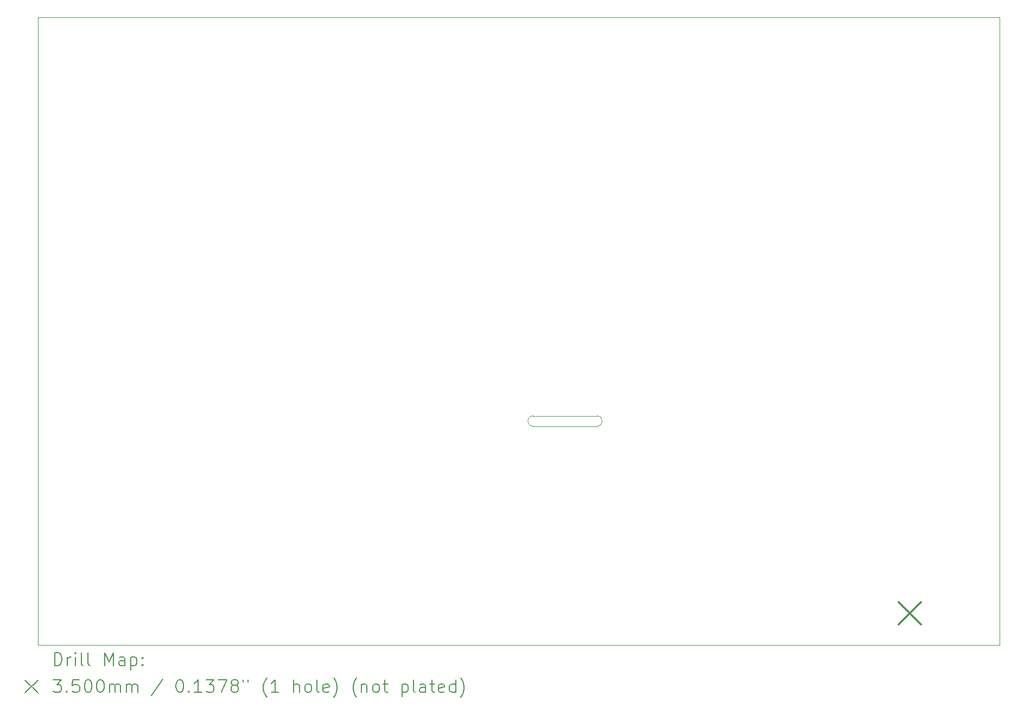
<source format=gbr>
%TF.GenerationSoftware,KiCad,Pcbnew,9.0.7*%
%TF.CreationDate,2026-02-24T00:51:52+09:00*%
%TF.ProjectId,POWER_BD_SV3,504f5745-525f-4424-945f-5356332e6b69,rev?*%
%TF.SameCoordinates,Original*%
%TF.FileFunction,Drillmap*%
%TF.FilePolarity,Positive*%
%FSLAX45Y45*%
G04 Gerber Fmt 4.5, Leading zero omitted, Abs format (unit mm)*
G04 Created by KiCad (PCBNEW 9.0.7) date 2026-02-24 00:51:52*
%MOMM*%
%LPD*%
G01*
G04 APERTURE LIST*
%ADD10C,0.050000*%
%ADD11C,0.100000*%
%ADD12C,0.200000*%
%ADD13C,0.350000*%
G04 APERTURE END LIST*
D10*
X7720000Y3420000D02*
X8720000Y3420000D01*
X8720000Y3580000D02*
X7720000Y3580000D01*
X7720000Y3420000D02*
G75*
G02*
X7720000Y3580000I0J80000D01*
G01*
D11*
X0Y9800000D02*
X15000000Y9800000D01*
X15000000Y0D01*
X0Y0D01*
X0Y9800000D01*
D10*
X8720000Y3580000D02*
G75*
G02*
X8720000Y3420000I0J-80000D01*
G01*
D12*
D13*
X13425000Y675000D02*
X13775000Y325000D01*
X13775000Y675000D02*
X13425000Y325000D01*
D12*
X255777Y-316484D02*
X255777Y-116484D01*
X255777Y-116484D02*
X303396Y-116484D01*
X303396Y-116484D02*
X331967Y-126008D01*
X331967Y-126008D02*
X351015Y-145055D01*
X351015Y-145055D02*
X360539Y-164103D01*
X360539Y-164103D02*
X370062Y-202198D01*
X370062Y-202198D02*
X370062Y-230769D01*
X370062Y-230769D02*
X360539Y-268865D01*
X360539Y-268865D02*
X351015Y-287912D01*
X351015Y-287912D02*
X331967Y-306960D01*
X331967Y-306960D02*
X303396Y-316484D01*
X303396Y-316484D02*
X255777Y-316484D01*
X455777Y-316484D02*
X455777Y-183150D01*
X455777Y-221246D02*
X465301Y-202198D01*
X465301Y-202198D02*
X474824Y-192674D01*
X474824Y-192674D02*
X493872Y-183150D01*
X493872Y-183150D02*
X512920Y-183150D01*
X579586Y-316484D02*
X579586Y-183150D01*
X579586Y-116484D02*
X570063Y-126008D01*
X570063Y-126008D02*
X579586Y-135531D01*
X579586Y-135531D02*
X589110Y-126008D01*
X589110Y-126008D02*
X579586Y-116484D01*
X579586Y-116484D02*
X579586Y-135531D01*
X703396Y-316484D02*
X684348Y-306960D01*
X684348Y-306960D02*
X674824Y-287912D01*
X674824Y-287912D02*
X674824Y-116484D01*
X808158Y-316484D02*
X789110Y-306960D01*
X789110Y-306960D02*
X779586Y-287912D01*
X779586Y-287912D02*
X779586Y-116484D01*
X1036729Y-316484D02*
X1036729Y-116484D01*
X1036729Y-116484D02*
X1103396Y-259341D01*
X1103396Y-259341D02*
X1170063Y-116484D01*
X1170063Y-116484D02*
X1170063Y-316484D01*
X1351015Y-316484D02*
X1351015Y-211722D01*
X1351015Y-211722D02*
X1341491Y-192674D01*
X1341491Y-192674D02*
X1322444Y-183150D01*
X1322444Y-183150D02*
X1284348Y-183150D01*
X1284348Y-183150D02*
X1265301Y-192674D01*
X1351015Y-306960D02*
X1331967Y-316484D01*
X1331967Y-316484D02*
X1284348Y-316484D01*
X1284348Y-316484D02*
X1265301Y-306960D01*
X1265301Y-306960D02*
X1255777Y-287912D01*
X1255777Y-287912D02*
X1255777Y-268865D01*
X1255777Y-268865D02*
X1265301Y-249817D01*
X1265301Y-249817D02*
X1284348Y-240293D01*
X1284348Y-240293D02*
X1331967Y-240293D01*
X1331967Y-240293D02*
X1351015Y-230769D01*
X1446253Y-183150D02*
X1446253Y-383150D01*
X1446253Y-192674D02*
X1465301Y-183150D01*
X1465301Y-183150D02*
X1503396Y-183150D01*
X1503396Y-183150D02*
X1522443Y-192674D01*
X1522443Y-192674D02*
X1531967Y-202198D01*
X1531967Y-202198D02*
X1541491Y-221246D01*
X1541491Y-221246D02*
X1541491Y-278389D01*
X1541491Y-278389D02*
X1531967Y-297436D01*
X1531967Y-297436D02*
X1522443Y-306960D01*
X1522443Y-306960D02*
X1503396Y-316484D01*
X1503396Y-316484D02*
X1465301Y-316484D01*
X1465301Y-316484D02*
X1446253Y-306960D01*
X1627205Y-297436D02*
X1636729Y-306960D01*
X1636729Y-306960D02*
X1627205Y-316484D01*
X1627205Y-316484D02*
X1617682Y-306960D01*
X1617682Y-306960D02*
X1627205Y-297436D01*
X1627205Y-297436D02*
X1627205Y-316484D01*
X1627205Y-192674D02*
X1636729Y-202198D01*
X1636729Y-202198D02*
X1627205Y-211722D01*
X1627205Y-211722D02*
X1617682Y-202198D01*
X1617682Y-202198D02*
X1627205Y-192674D01*
X1627205Y-192674D02*
X1627205Y-211722D01*
X-205000Y-545000D02*
X-5000Y-745000D01*
X-5000Y-545000D02*
X-205000Y-745000D01*
X236729Y-536484D02*
X360539Y-536484D01*
X360539Y-536484D02*
X293872Y-612674D01*
X293872Y-612674D02*
X322444Y-612674D01*
X322444Y-612674D02*
X341491Y-622198D01*
X341491Y-622198D02*
X351015Y-631722D01*
X351015Y-631722D02*
X360539Y-650770D01*
X360539Y-650770D02*
X360539Y-698389D01*
X360539Y-698389D02*
X351015Y-717436D01*
X351015Y-717436D02*
X341491Y-726960D01*
X341491Y-726960D02*
X322444Y-736484D01*
X322444Y-736484D02*
X265301Y-736484D01*
X265301Y-736484D02*
X246253Y-726960D01*
X246253Y-726960D02*
X236729Y-717436D01*
X446253Y-717436D02*
X455777Y-726960D01*
X455777Y-726960D02*
X446253Y-736484D01*
X446253Y-736484D02*
X436729Y-726960D01*
X436729Y-726960D02*
X446253Y-717436D01*
X446253Y-717436D02*
X446253Y-736484D01*
X636729Y-536484D02*
X541491Y-536484D01*
X541491Y-536484D02*
X531967Y-631722D01*
X531967Y-631722D02*
X541491Y-622198D01*
X541491Y-622198D02*
X560539Y-612674D01*
X560539Y-612674D02*
X608158Y-612674D01*
X608158Y-612674D02*
X627205Y-622198D01*
X627205Y-622198D02*
X636729Y-631722D01*
X636729Y-631722D02*
X646253Y-650770D01*
X646253Y-650770D02*
X646253Y-698389D01*
X646253Y-698389D02*
X636729Y-717436D01*
X636729Y-717436D02*
X627205Y-726960D01*
X627205Y-726960D02*
X608158Y-736484D01*
X608158Y-736484D02*
X560539Y-736484D01*
X560539Y-736484D02*
X541491Y-726960D01*
X541491Y-726960D02*
X531967Y-717436D01*
X770062Y-536484D02*
X789110Y-536484D01*
X789110Y-536484D02*
X808158Y-546008D01*
X808158Y-546008D02*
X817682Y-555531D01*
X817682Y-555531D02*
X827205Y-574579D01*
X827205Y-574579D02*
X836729Y-612674D01*
X836729Y-612674D02*
X836729Y-660293D01*
X836729Y-660293D02*
X827205Y-698389D01*
X827205Y-698389D02*
X817682Y-717436D01*
X817682Y-717436D02*
X808158Y-726960D01*
X808158Y-726960D02*
X789110Y-736484D01*
X789110Y-736484D02*
X770062Y-736484D01*
X770062Y-736484D02*
X751015Y-726960D01*
X751015Y-726960D02*
X741491Y-717436D01*
X741491Y-717436D02*
X731967Y-698389D01*
X731967Y-698389D02*
X722443Y-660293D01*
X722443Y-660293D02*
X722443Y-612674D01*
X722443Y-612674D02*
X731967Y-574579D01*
X731967Y-574579D02*
X741491Y-555531D01*
X741491Y-555531D02*
X751015Y-546008D01*
X751015Y-546008D02*
X770062Y-536484D01*
X960539Y-536484D02*
X979586Y-536484D01*
X979586Y-536484D02*
X998634Y-546008D01*
X998634Y-546008D02*
X1008158Y-555531D01*
X1008158Y-555531D02*
X1017682Y-574579D01*
X1017682Y-574579D02*
X1027205Y-612674D01*
X1027205Y-612674D02*
X1027205Y-660293D01*
X1027205Y-660293D02*
X1017682Y-698389D01*
X1017682Y-698389D02*
X1008158Y-717436D01*
X1008158Y-717436D02*
X998634Y-726960D01*
X998634Y-726960D02*
X979586Y-736484D01*
X979586Y-736484D02*
X960539Y-736484D01*
X960539Y-736484D02*
X941491Y-726960D01*
X941491Y-726960D02*
X931967Y-717436D01*
X931967Y-717436D02*
X922443Y-698389D01*
X922443Y-698389D02*
X912920Y-660293D01*
X912920Y-660293D02*
X912920Y-612674D01*
X912920Y-612674D02*
X922443Y-574579D01*
X922443Y-574579D02*
X931967Y-555531D01*
X931967Y-555531D02*
X941491Y-546008D01*
X941491Y-546008D02*
X960539Y-536484D01*
X1112920Y-736484D02*
X1112920Y-603150D01*
X1112920Y-622198D02*
X1122444Y-612674D01*
X1122444Y-612674D02*
X1141491Y-603150D01*
X1141491Y-603150D02*
X1170063Y-603150D01*
X1170063Y-603150D02*
X1189110Y-612674D01*
X1189110Y-612674D02*
X1198634Y-631722D01*
X1198634Y-631722D02*
X1198634Y-736484D01*
X1198634Y-631722D02*
X1208158Y-612674D01*
X1208158Y-612674D02*
X1227205Y-603150D01*
X1227205Y-603150D02*
X1255777Y-603150D01*
X1255777Y-603150D02*
X1274825Y-612674D01*
X1274825Y-612674D02*
X1284348Y-631722D01*
X1284348Y-631722D02*
X1284348Y-736484D01*
X1379586Y-736484D02*
X1379586Y-603150D01*
X1379586Y-622198D02*
X1389110Y-612674D01*
X1389110Y-612674D02*
X1408158Y-603150D01*
X1408158Y-603150D02*
X1436729Y-603150D01*
X1436729Y-603150D02*
X1455777Y-612674D01*
X1455777Y-612674D02*
X1465301Y-631722D01*
X1465301Y-631722D02*
X1465301Y-736484D01*
X1465301Y-631722D02*
X1474824Y-612674D01*
X1474824Y-612674D02*
X1493872Y-603150D01*
X1493872Y-603150D02*
X1522443Y-603150D01*
X1522443Y-603150D02*
X1541491Y-612674D01*
X1541491Y-612674D02*
X1551015Y-631722D01*
X1551015Y-631722D02*
X1551015Y-736484D01*
X1941491Y-526960D02*
X1770063Y-784103D01*
X2198634Y-536484D02*
X2217682Y-536484D01*
X2217682Y-536484D02*
X2236729Y-546008D01*
X2236729Y-546008D02*
X2246253Y-555531D01*
X2246253Y-555531D02*
X2255777Y-574579D01*
X2255777Y-574579D02*
X2265301Y-612674D01*
X2265301Y-612674D02*
X2265301Y-660293D01*
X2265301Y-660293D02*
X2255777Y-698389D01*
X2255777Y-698389D02*
X2246253Y-717436D01*
X2246253Y-717436D02*
X2236729Y-726960D01*
X2236729Y-726960D02*
X2217682Y-736484D01*
X2217682Y-736484D02*
X2198634Y-736484D01*
X2198634Y-736484D02*
X2179587Y-726960D01*
X2179587Y-726960D02*
X2170063Y-717436D01*
X2170063Y-717436D02*
X2160539Y-698389D01*
X2160539Y-698389D02*
X2151015Y-660293D01*
X2151015Y-660293D02*
X2151015Y-612674D01*
X2151015Y-612674D02*
X2160539Y-574579D01*
X2160539Y-574579D02*
X2170063Y-555531D01*
X2170063Y-555531D02*
X2179587Y-546008D01*
X2179587Y-546008D02*
X2198634Y-536484D01*
X2351015Y-717436D02*
X2360539Y-726960D01*
X2360539Y-726960D02*
X2351015Y-736484D01*
X2351015Y-736484D02*
X2341491Y-726960D01*
X2341491Y-726960D02*
X2351015Y-717436D01*
X2351015Y-717436D02*
X2351015Y-736484D01*
X2551015Y-736484D02*
X2436729Y-736484D01*
X2493872Y-736484D02*
X2493872Y-536484D01*
X2493872Y-536484D02*
X2474825Y-565055D01*
X2474825Y-565055D02*
X2455777Y-584103D01*
X2455777Y-584103D02*
X2436729Y-593627D01*
X2617682Y-536484D02*
X2741491Y-536484D01*
X2741491Y-536484D02*
X2674825Y-612674D01*
X2674825Y-612674D02*
X2703396Y-612674D01*
X2703396Y-612674D02*
X2722444Y-622198D01*
X2722444Y-622198D02*
X2731968Y-631722D01*
X2731968Y-631722D02*
X2741491Y-650770D01*
X2741491Y-650770D02*
X2741491Y-698389D01*
X2741491Y-698389D02*
X2731968Y-717436D01*
X2731968Y-717436D02*
X2722444Y-726960D01*
X2722444Y-726960D02*
X2703396Y-736484D01*
X2703396Y-736484D02*
X2646253Y-736484D01*
X2646253Y-736484D02*
X2627206Y-726960D01*
X2627206Y-726960D02*
X2617682Y-717436D01*
X2808158Y-536484D02*
X2941491Y-536484D01*
X2941491Y-536484D02*
X2855777Y-736484D01*
X3046253Y-622198D02*
X3027206Y-612674D01*
X3027206Y-612674D02*
X3017682Y-603150D01*
X3017682Y-603150D02*
X3008158Y-584103D01*
X3008158Y-584103D02*
X3008158Y-574579D01*
X3008158Y-574579D02*
X3017682Y-555531D01*
X3017682Y-555531D02*
X3027206Y-546008D01*
X3027206Y-546008D02*
X3046253Y-536484D01*
X3046253Y-536484D02*
X3084348Y-536484D01*
X3084348Y-536484D02*
X3103396Y-546008D01*
X3103396Y-546008D02*
X3112920Y-555531D01*
X3112920Y-555531D02*
X3122444Y-574579D01*
X3122444Y-574579D02*
X3122444Y-584103D01*
X3122444Y-584103D02*
X3112920Y-603150D01*
X3112920Y-603150D02*
X3103396Y-612674D01*
X3103396Y-612674D02*
X3084348Y-622198D01*
X3084348Y-622198D02*
X3046253Y-622198D01*
X3046253Y-622198D02*
X3027206Y-631722D01*
X3027206Y-631722D02*
X3017682Y-641246D01*
X3017682Y-641246D02*
X3008158Y-660293D01*
X3008158Y-660293D02*
X3008158Y-698389D01*
X3008158Y-698389D02*
X3017682Y-717436D01*
X3017682Y-717436D02*
X3027206Y-726960D01*
X3027206Y-726960D02*
X3046253Y-736484D01*
X3046253Y-736484D02*
X3084348Y-736484D01*
X3084348Y-736484D02*
X3103396Y-726960D01*
X3103396Y-726960D02*
X3112920Y-717436D01*
X3112920Y-717436D02*
X3122444Y-698389D01*
X3122444Y-698389D02*
X3122444Y-660293D01*
X3122444Y-660293D02*
X3112920Y-641246D01*
X3112920Y-641246D02*
X3103396Y-631722D01*
X3103396Y-631722D02*
X3084348Y-622198D01*
X3198634Y-536484D02*
X3198634Y-574579D01*
X3274825Y-536484D02*
X3274825Y-574579D01*
X3570063Y-812674D02*
X3560539Y-803150D01*
X3560539Y-803150D02*
X3541491Y-774579D01*
X3541491Y-774579D02*
X3531968Y-755531D01*
X3531968Y-755531D02*
X3522444Y-726960D01*
X3522444Y-726960D02*
X3512920Y-679341D01*
X3512920Y-679341D02*
X3512920Y-641246D01*
X3512920Y-641246D02*
X3522444Y-593627D01*
X3522444Y-593627D02*
X3531968Y-565055D01*
X3531968Y-565055D02*
X3541491Y-546008D01*
X3541491Y-546008D02*
X3560539Y-517436D01*
X3560539Y-517436D02*
X3570063Y-507912D01*
X3751015Y-736484D02*
X3636729Y-736484D01*
X3693872Y-736484D02*
X3693872Y-536484D01*
X3693872Y-536484D02*
X3674825Y-565055D01*
X3674825Y-565055D02*
X3655777Y-584103D01*
X3655777Y-584103D02*
X3636729Y-593627D01*
X3989110Y-736484D02*
X3989110Y-536484D01*
X4074825Y-736484D02*
X4074825Y-631722D01*
X4074825Y-631722D02*
X4065301Y-612674D01*
X4065301Y-612674D02*
X4046253Y-603150D01*
X4046253Y-603150D02*
X4017682Y-603150D01*
X4017682Y-603150D02*
X3998634Y-612674D01*
X3998634Y-612674D02*
X3989110Y-622198D01*
X4198634Y-736484D02*
X4179587Y-726960D01*
X4179587Y-726960D02*
X4170063Y-717436D01*
X4170063Y-717436D02*
X4160539Y-698389D01*
X4160539Y-698389D02*
X4160539Y-641246D01*
X4160539Y-641246D02*
X4170063Y-622198D01*
X4170063Y-622198D02*
X4179587Y-612674D01*
X4179587Y-612674D02*
X4198634Y-603150D01*
X4198634Y-603150D02*
X4227206Y-603150D01*
X4227206Y-603150D02*
X4246253Y-612674D01*
X4246253Y-612674D02*
X4255777Y-622198D01*
X4255777Y-622198D02*
X4265301Y-641246D01*
X4265301Y-641246D02*
X4265301Y-698389D01*
X4265301Y-698389D02*
X4255777Y-717436D01*
X4255777Y-717436D02*
X4246253Y-726960D01*
X4246253Y-726960D02*
X4227206Y-736484D01*
X4227206Y-736484D02*
X4198634Y-736484D01*
X4379587Y-736484D02*
X4360539Y-726960D01*
X4360539Y-726960D02*
X4351015Y-707912D01*
X4351015Y-707912D02*
X4351015Y-536484D01*
X4531968Y-726960D02*
X4512920Y-736484D01*
X4512920Y-736484D02*
X4474825Y-736484D01*
X4474825Y-736484D02*
X4455777Y-726960D01*
X4455777Y-726960D02*
X4446253Y-707912D01*
X4446253Y-707912D02*
X4446253Y-631722D01*
X4446253Y-631722D02*
X4455777Y-612674D01*
X4455777Y-612674D02*
X4474825Y-603150D01*
X4474825Y-603150D02*
X4512920Y-603150D01*
X4512920Y-603150D02*
X4531968Y-612674D01*
X4531968Y-612674D02*
X4541492Y-631722D01*
X4541492Y-631722D02*
X4541492Y-650770D01*
X4541492Y-650770D02*
X4446253Y-669817D01*
X4608158Y-812674D02*
X4617682Y-803150D01*
X4617682Y-803150D02*
X4636730Y-774579D01*
X4636730Y-774579D02*
X4646253Y-755531D01*
X4646253Y-755531D02*
X4655777Y-726960D01*
X4655777Y-726960D02*
X4665301Y-679341D01*
X4665301Y-679341D02*
X4665301Y-641246D01*
X4665301Y-641246D02*
X4655777Y-593627D01*
X4655777Y-593627D02*
X4646253Y-565055D01*
X4646253Y-565055D02*
X4636730Y-546008D01*
X4636730Y-546008D02*
X4617682Y-517436D01*
X4617682Y-517436D02*
X4608158Y-507912D01*
X4970063Y-812674D02*
X4960539Y-803150D01*
X4960539Y-803150D02*
X4941492Y-774579D01*
X4941492Y-774579D02*
X4931968Y-755531D01*
X4931968Y-755531D02*
X4922444Y-726960D01*
X4922444Y-726960D02*
X4912920Y-679341D01*
X4912920Y-679341D02*
X4912920Y-641246D01*
X4912920Y-641246D02*
X4922444Y-593627D01*
X4922444Y-593627D02*
X4931968Y-565055D01*
X4931968Y-565055D02*
X4941492Y-546008D01*
X4941492Y-546008D02*
X4960539Y-517436D01*
X4960539Y-517436D02*
X4970063Y-507912D01*
X5046253Y-603150D02*
X5046253Y-736484D01*
X5046253Y-622198D02*
X5055777Y-612674D01*
X5055777Y-612674D02*
X5074825Y-603150D01*
X5074825Y-603150D02*
X5103396Y-603150D01*
X5103396Y-603150D02*
X5122444Y-612674D01*
X5122444Y-612674D02*
X5131968Y-631722D01*
X5131968Y-631722D02*
X5131968Y-736484D01*
X5255777Y-736484D02*
X5236730Y-726960D01*
X5236730Y-726960D02*
X5227206Y-717436D01*
X5227206Y-717436D02*
X5217682Y-698389D01*
X5217682Y-698389D02*
X5217682Y-641246D01*
X5217682Y-641246D02*
X5227206Y-622198D01*
X5227206Y-622198D02*
X5236730Y-612674D01*
X5236730Y-612674D02*
X5255777Y-603150D01*
X5255777Y-603150D02*
X5284349Y-603150D01*
X5284349Y-603150D02*
X5303396Y-612674D01*
X5303396Y-612674D02*
X5312920Y-622198D01*
X5312920Y-622198D02*
X5322444Y-641246D01*
X5322444Y-641246D02*
X5322444Y-698389D01*
X5322444Y-698389D02*
X5312920Y-717436D01*
X5312920Y-717436D02*
X5303396Y-726960D01*
X5303396Y-726960D02*
X5284349Y-736484D01*
X5284349Y-736484D02*
X5255777Y-736484D01*
X5379587Y-603150D02*
X5455777Y-603150D01*
X5408158Y-536484D02*
X5408158Y-707912D01*
X5408158Y-707912D02*
X5417682Y-726960D01*
X5417682Y-726960D02*
X5436730Y-736484D01*
X5436730Y-736484D02*
X5455777Y-736484D01*
X5674825Y-603150D02*
X5674825Y-803150D01*
X5674825Y-612674D02*
X5693872Y-603150D01*
X5693872Y-603150D02*
X5731968Y-603150D01*
X5731968Y-603150D02*
X5751015Y-612674D01*
X5751015Y-612674D02*
X5760539Y-622198D01*
X5760539Y-622198D02*
X5770063Y-641246D01*
X5770063Y-641246D02*
X5770063Y-698389D01*
X5770063Y-698389D02*
X5760539Y-717436D01*
X5760539Y-717436D02*
X5751015Y-726960D01*
X5751015Y-726960D02*
X5731968Y-736484D01*
X5731968Y-736484D02*
X5693872Y-736484D01*
X5693872Y-736484D02*
X5674825Y-726960D01*
X5884349Y-736484D02*
X5865301Y-726960D01*
X5865301Y-726960D02*
X5855777Y-707912D01*
X5855777Y-707912D02*
X5855777Y-536484D01*
X6046253Y-736484D02*
X6046253Y-631722D01*
X6046253Y-631722D02*
X6036730Y-612674D01*
X6036730Y-612674D02*
X6017682Y-603150D01*
X6017682Y-603150D02*
X5979587Y-603150D01*
X5979587Y-603150D02*
X5960539Y-612674D01*
X6046253Y-726960D02*
X6027206Y-736484D01*
X6027206Y-736484D02*
X5979587Y-736484D01*
X5979587Y-736484D02*
X5960539Y-726960D01*
X5960539Y-726960D02*
X5951015Y-707912D01*
X5951015Y-707912D02*
X5951015Y-688865D01*
X5951015Y-688865D02*
X5960539Y-669817D01*
X5960539Y-669817D02*
X5979587Y-660293D01*
X5979587Y-660293D02*
X6027206Y-660293D01*
X6027206Y-660293D02*
X6046253Y-650770D01*
X6112920Y-603150D02*
X6189111Y-603150D01*
X6141492Y-536484D02*
X6141492Y-707912D01*
X6141492Y-707912D02*
X6151015Y-726960D01*
X6151015Y-726960D02*
X6170063Y-736484D01*
X6170063Y-736484D02*
X6189111Y-736484D01*
X6331968Y-726960D02*
X6312920Y-736484D01*
X6312920Y-736484D02*
X6274825Y-736484D01*
X6274825Y-736484D02*
X6255777Y-726960D01*
X6255777Y-726960D02*
X6246253Y-707912D01*
X6246253Y-707912D02*
X6246253Y-631722D01*
X6246253Y-631722D02*
X6255777Y-612674D01*
X6255777Y-612674D02*
X6274825Y-603150D01*
X6274825Y-603150D02*
X6312920Y-603150D01*
X6312920Y-603150D02*
X6331968Y-612674D01*
X6331968Y-612674D02*
X6341492Y-631722D01*
X6341492Y-631722D02*
X6341492Y-650770D01*
X6341492Y-650770D02*
X6246253Y-669817D01*
X6512920Y-736484D02*
X6512920Y-536484D01*
X6512920Y-726960D02*
X6493873Y-736484D01*
X6493873Y-736484D02*
X6455777Y-736484D01*
X6455777Y-736484D02*
X6436730Y-726960D01*
X6436730Y-726960D02*
X6427206Y-717436D01*
X6427206Y-717436D02*
X6417682Y-698389D01*
X6417682Y-698389D02*
X6417682Y-641246D01*
X6417682Y-641246D02*
X6427206Y-622198D01*
X6427206Y-622198D02*
X6436730Y-612674D01*
X6436730Y-612674D02*
X6455777Y-603150D01*
X6455777Y-603150D02*
X6493873Y-603150D01*
X6493873Y-603150D02*
X6512920Y-612674D01*
X6589111Y-812674D02*
X6598634Y-803150D01*
X6598634Y-803150D02*
X6617682Y-774579D01*
X6617682Y-774579D02*
X6627206Y-755531D01*
X6627206Y-755531D02*
X6636730Y-726960D01*
X6636730Y-726960D02*
X6646253Y-679341D01*
X6646253Y-679341D02*
X6646253Y-641246D01*
X6646253Y-641246D02*
X6636730Y-593627D01*
X6636730Y-593627D02*
X6627206Y-565055D01*
X6627206Y-565055D02*
X6617682Y-546008D01*
X6617682Y-546008D02*
X6598634Y-517436D01*
X6598634Y-517436D02*
X6589111Y-507912D01*
M02*

</source>
